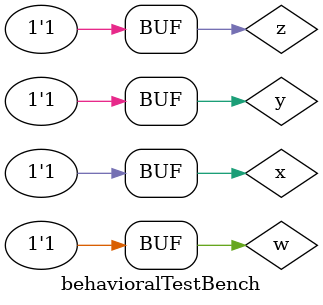
<source format=sv>
`timescale 1ns/1ns
module behavioralTestBench();
    reg w, x, y, z;
    wire [6:0]test_out;

    sevenSegmentDecoderBehavioral test(w, x, y, z,test_out);
    
    initial begin
       
        w = 0; x = 0; y = 0; z = 0; #10;
        w = 0; x = 0; y = 0; z = 1; #10;
        w = 0; x = 0; y = 1; z = 0; #10;
        w = 0; x = 0; y = 1; z = 1; #10;
        w = 0; x = 1; y = 0; z = 0; #10;
        w = 0; x = 1; y = 0; z = 1; #10;
        w = 0; x = 1; y = 1; z = 0; #10;
        w = 0; x = 1; y = 1; z = 1; #10;
        w = 1; x = 0; y = 0; z = 0; #10;
        w = 1; x = 0; y = 0; z = 1; #10;
        w = 1; x = 0; y = 1; z = 0; #10;
        w = 1; x = 0; y = 1; z = 1; #10;
        w = 1; x = 1; y = 0; z = 0; #10;
        w = 1; x = 1; y = 0; z = 1; #10;
        w = 1; x = 1; y = 1; z = 0; #10;
        w = 1; x = 1; y = 1; z = 1; #10;
	#30;
     
    end
endmodule


</source>
